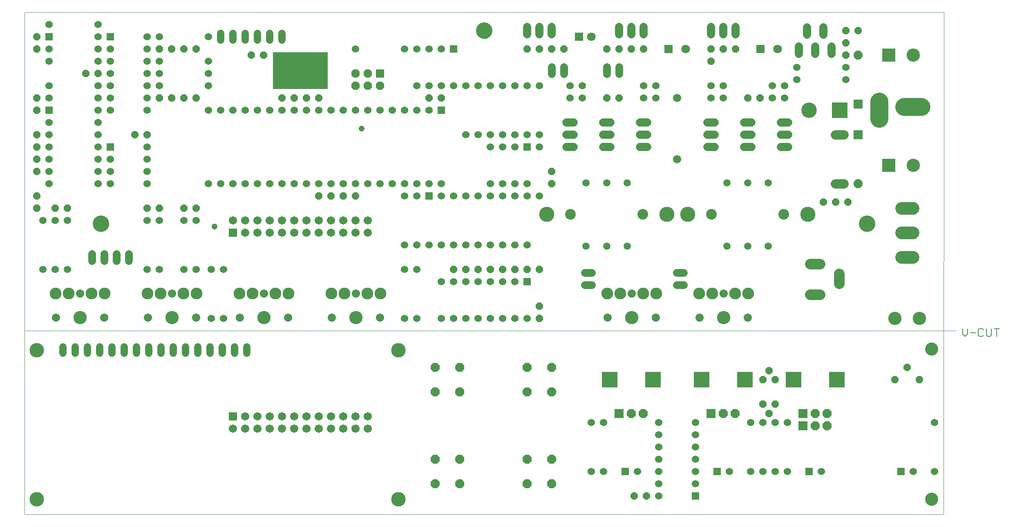
<source format=gts>
G75*
%MOIN*%
%OFA0B0*%
%FSLAX24Y24*%
%IPPOS*%
%LPD*%
%AMOC8*
5,1,8,0,0,1.08239X$1,22.5*
%
%ADD10C,0.0000*%
%ADD11C,0.1340*%
%ADD12C,0.1064*%
%ADD13C,0.0060*%
%ADD14R,0.4500X0.3000*%
%ADD15C,0.0867*%
%ADD16OC8,0.0600*%
%ADD17R,0.1080X0.1080*%
%ADD18C,0.1080*%
%ADD19C,0.0740*%
%ADD20R,0.0740X0.0740*%
%ADD21R,0.0600X0.0600*%
%ADD22C,0.0600*%
%ADD23C,0.0867*%
%ADD24C,0.0680*%
%ADD25C,0.0674*%
%ADD26C,0.0595*%
%ADD27C,0.1182*%
%ADD28C,0.0966*%
%ADD29C,0.0671*%
%ADD30C,0.1025*%
%ADD31R,0.0730X0.0730*%
%ADD32OC8,0.0730*%
%ADD33R,0.1307X0.1307*%
%ADD34OC8,0.0740*%
%ADD35C,0.0710*%
%ADD36R,0.0710X0.0710*%
%ADD37C,0.0640*%
%ADD38C,0.0780*%
%ADD39R,0.0674X0.0674*%
%ADD40C,0.0600*%
%ADD41OC8,0.0674*%
%ADD42C,0.1480*%
%ADD43C,0.0050*%
%ADD44C,0.0592*%
%ADD45C,0.1230*%
%ADD46C,0.0555*%
%ADD47C,0.1261*%
%ADD48OC8,0.0611*%
%ADD49C,0.0476*%
%ADD50R,0.1261X0.1261*%
D10*
X000500Y000250D02*
X000500Y015250D01*
X076500Y015250D01*
X074008Y013750D02*
X074010Y013794D01*
X074016Y013838D01*
X074026Y013881D01*
X074039Y013923D01*
X074057Y013963D01*
X074078Y014002D01*
X074102Y014039D01*
X074129Y014074D01*
X074160Y014106D01*
X074193Y014135D01*
X074229Y014161D01*
X074267Y014183D01*
X074307Y014202D01*
X074348Y014218D01*
X074391Y014230D01*
X074434Y014238D01*
X074478Y014242D01*
X074522Y014242D01*
X074566Y014238D01*
X074609Y014230D01*
X074652Y014218D01*
X074693Y014202D01*
X074733Y014183D01*
X074771Y014161D01*
X074807Y014135D01*
X074840Y014106D01*
X074871Y014074D01*
X074898Y014039D01*
X074922Y014002D01*
X074943Y013963D01*
X074961Y013923D01*
X074974Y013881D01*
X074984Y013838D01*
X074990Y013794D01*
X074992Y013750D01*
X074990Y013706D01*
X074984Y013662D01*
X074974Y013619D01*
X074961Y013577D01*
X074943Y013537D01*
X074922Y013498D01*
X074898Y013461D01*
X074871Y013426D01*
X074840Y013394D01*
X074807Y013365D01*
X074771Y013339D01*
X074733Y013317D01*
X074693Y013298D01*
X074652Y013282D01*
X074609Y013270D01*
X074566Y013262D01*
X074522Y013258D01*
X074478Y013258D01*
X074434Y013262D01*
X074391Y013270D01*
X074348Y013282D01*
X074307Y013298D01*
X074267Y013317D01*
X074229Y013339D01*
X074193Y013365D01*
X074160Y013394D01*
X074129Y013426D01*
X074102Y013461D01*
X074078Y013498D01*
X074057Y013537D01*
X074039Y013577D01*
X074026Y013619D01*
X074016Y013662D01*
X074010Y013706D01*
X074008Y013750D01*
X059213Y016313D02*
X059215Y016347D01*
X059221Y016381D01*
X059231Y016414D01*
X059244Y016445D01*
X059262Y016475D01*
X059282Y016503D01*
X059306Y016528D01*
X059332Y016550D01*
X059360Y016568D01*
X059391Y016584D01*
X059423Y016596D01*
X059457Y016604D01*
X059491Y016608D01*
X059525Y016608D01*
X059559Y016604D01*
X059593Y016596D01*
X059625Y016584D01*
X059655Y016568D01*
X059684Y016550D01*
X059710Y016528D01*
X059734Y016503D01*
X059754Y016475D01*
X059772Y016445D01*
X059785Y016414D01*
X059795Y016381D01*
X059801Y016347D01*
X059803Y016313D01*
X059801Y016279D01*
X059795Y016245D01*
X059785Y016212D01*
X059772Y016181D01*
X059754Y016151D01*
X059734Y016123D01*
X059710Y016098D01*
X059684Y016076D01*
X059656Y016058D01*
X059625Y016042D01*
X059593Y016030D01*
X059559Y016022D01*
X059525Y016018D01*
X059491Y016018D01*
X059457Y016022D01*
X059423Y016030D01*
X059391Y016042D01*
X059360Y016058D01*
X059332Y016076D01*
X059306Y016098D01*
X059282Y016123D01*
X059262Y016151D01*
X059244Y016181D01*
X059231Y016212D01*
X059221Y016245D01*
X059215Y016279D01*
X059213Y016313D01*
X055276Y016313D02*
X055278Y016347D01*
X055284Y016381D01*
X055294Y016414D01*
X055307Y016445D01*
X055325Y016475D01*
X055345Y016503D01*
X055369Y016528D01*
X055395Y016550D01*
X055423Y016568D01*
X055454Y016584D01*
X055486Y016596D01*
X055520Y016604D01*
X055554Y016608D01*
X055588Y016608D01*
X055622Y016604D01*
X055656Y016596D01*
X055688Y016584D01*
X055718Y016568D01*
X055747Y016550D01*
X055773Y016528D01*
X055797Y016503D01*
X055817Y016475D01*
X055835Y016445D01*
X055848Y016414D01*
X055858Y016381D01*
X055864Y016347D01*
X055866Y016313D01*
X055864Y016279D01*
X055858Y016245D01*
X055848Y016212D01*
X055835Y016181D01*
X055817Y016151D01*
X055797Y016123D01*
X055773Y016098D01*
X055747Y016076D01*
X055719Y016058D01*
X055688Y016042D01*
X055656Y016030D01*
X055622Y016022D01*
X055588Y016018D01*
X055554Y016018D01*
X055520Y016022D01*
X055486Y016030D01*
X055454Y016042D01*
X055423Y016058D01*
X055395Y016076D01*
X055369Y016098D01*
X055345Y016123D01*
X055325Y016151D01*
X055307Y016181D01*
X055294Y016212D01*
X055284Y016245D01*
X055278Y016279D01*
X055276Y016313D01*
X051713Y016313D02*
X051715Y016347D01*
X051721Y016381D01*
X051731Y016414D01*
X051744Y016445D01*
X051762Y016475D01*
X051782Y016503D01*
X051806Y016528D01*
X051832Y016550D01*
X051860Y016568D01*
X051891Y016584D01*
X051923Y016596D01*
X051957Y016604D01*
X051991Y016608D01*
X052025Y016608D01*
X052059Y016604D01*
X052093Y016596D01*
X052125Y016584D01*
X052155Y016568D01*
X052184Y016550D01*
X052210Y016528D01*
X052234Y016503D01*
X052254Y016475D01*
X052272Y016445D01*
X052285Y016414D01*
X052295Y016381D01*
X052301Y016347D01*
X052303Y016313D01*
X052301Y016279D01*
X052295Y016245D01*
X052285Y016212D01*
X052272Y016181D01*
X052254Y016151D01*
X052234Y016123D01*
X052210Y016098D01*
X052184Y016076D01*
X052156Y016058D01*
X052125Y016042D01*
X052093Y016030D01*
X052059Y016022D01*
X052025Y016018D01*
X051991Y016018D01*
X051957Y016022D01*
X051923Y016030D01*
X051891Y016042D01*
X051860Y016058D01*
X051832Y016076D01*
X051806Y016098D01*
X051782Y016123D01*
X051762Y016151D01*
X051744Y016181D01*
X051731Y016212D01*
X051721Y016245D01*
X051715Y016279D01*
X051713Y016313D01*
X049744Y018281D02*
X049746Y018315D01*
X049752Y018349D01*
X049762Y018382D01*
X049775Y018413D01*
X049793Y018443D01*
X049813Y018471D01*
X049837Y018496D01*
X049863Y018518D01*
X049891Y018536D01*
X049922Y018552D01*
X049954Y018564D01*
X049988Y018572D01*
X050022Y018576D01*
X050056Y018576D01*
X050090Y018572D01*
X050124Y018564D01*
X050156Y018552D01*
X050186Y018536D01*
X050215Y018518D01*
X050241Y018496D01*
X050265Y018471D01*
X050285Y018443D01*
X050303Y018413D01*
X050316Y018382D01*
X050326Y018349D01*
X050332Y018315D01*
X050334Y018281D01*
X050332Y018247D01*
X050326Y018213D01*
X050316Y018180D01*
X050303Y018149D01*
X050285Y018119D01*
X050265Y018091D01*
X050241Y018066D01*
X050215Y018044D01*
X050187Y018026D01*
X050156Y018010D01*
X050124Y017998D01*
X050090Y017990D01*
X050056Y017986D01*
X050022Y017986D01*
X049988Y017990D01*
X049954Y017998D01*
X049922Y018010D01*
X049891Y018026D01*
X049863Y018044D01*
X049837Y018066D01*
X049813Y018091D01*
X049793Y018119D01*
X049775Y018149D01*
X049762Y018180D01*
X049752Y018213D01*
X049746Y018247D01*
X049744Y018281D01*
X047776Y016313D02*
X047778Y016347D01*
X047784Y016381D01*
X047794Y016414D01*
X047807Y016445D01*
X047825Y016475D01*
X047845Y016503D01*
X047869Y016528D01*
X047895Y016550D01*
X047923Y016568D01*
X047954Y016584D01*
X047986Y016596D01*
X048020Y016604D01*
X048054Y016608D01*
X048088Y016608D01*
X048122Y016604D01*
X048156Y016596D01*
X048188Y016584D01*
X048218Y016568D01*
X048247Y016550D01*
X048273Y016528D01*
X048297Y016503D01*
X048317Y016475D01*
X048335Y016445D01*
X048348Y016414D01*
X048358Y016381D01*
X048364Y016347D01*
X048366Y016313D01*
X048364Y016279D01*
X048358Y016245D01*
X048348Y016212D01*
X048335Y016181D01*
X048317Y016151D01*
X048297Y016123D01*
X048273Y016098D01*
X048247Y016076D01*
X048219Y016058D01*
X048188Y016042D01*
X048156Y016030D01*
X048122Y016022D01*
X048088Y016018D01*
X048054Y016018D01*
X048020Y016022D01*
X047986Y016030D01*
X047954Y016042D01*
X047923Y016058D01*
X047895Y016076D01*
X047869Y016098D01*
X047845Y016123D01*
X047825Y016151D01*
X047807Y016181D01*
X047794Y016212D01*
X047784Y016245D01*
X047778Y016279D01*
X047776Y016313D01*
X057244Y018281D02*
X057246Y018315D01*
X057252Y018349D01*
X057262Y018382D01*
X057275Y018413D01*
X057293Y018443D01*
X057313Y018471D01*
X057337Y018496D01*
X057363Y018518D01*
X057391Y018536D01*
X057422Y018552D01*
X057454Y018564D01*
X057488Y018572D01*
X057522Y018576D01*
X057556Y018576D01*
X057590Y018572D01*
X057624Y018564D01*
X057656Y018552D01*
X057686Y018536D01*
X057715Y018518D01*
X057741Y018496D01*
X057765Y018471D01*
X057785Y018443D01*
X057803Y018413D01*
X057816Y018382D01*
X057826Y018349D01*
X057832Y018315D01*
X057834Y018281D01*
X057832Y018247D01*
X057826Y018213D01*
X057816Y018180D01*
X057803Y018149D01*
X057785Y018119D01*
X057765Y018091D01*
X057741Y018066D01*
X057715Y018044D01*
X057687Y018026D01*
X057656Y018010D01*
X057624Y017998D01*
X057590Y017990D01*
X057556Y017986D01*
X057522Y017986D01*
X057488Y017990D01*
X057454Y017998D01*
X057422Y018010D01*
X057391Y018026D01*
X057363Y018044D01*
X057337Y018066D01*
X057313Y018091D01*
X057293Y018119D01*
X057275Y018149D01*
X057262Y018180D01*
X057252Y018213D01*
X057246Y018247D01*
X057244Y018281D01*
X056151Y024750D02*
X056153Y024789D01*
X056159Y024828D01*
X056169Y024866D01*
X056182Y024903D01*
X056199Y024938D01*
X056219Y024972D01*
X056243Y025003D01*
X056270Y025032D01*
X056299Y025058D01*
X056331Y025081D01*
X056365Y025101D01*
X056401Y025117D01*
X056438Y025129D01*
X056477Y025138D01*
X056516Y025143D01*
X056555Y025144D01*
X056594Y025141D01*
X056633Y025134D01*
X056670Y025123D01*
X056707Y025109D01*
X056742Y025091D01*
X056775Y025070D01*
X056806Y025045D01*
X056834Y025018D01*
X056859Y024988D01*
X056881Y024955D01*
X056900Y024921D01*
X056915Y024885D01*
X056927Y024847D01*
X056935Y024809D01*
X056939Y024770D01*
X056939Y024730D01*
X056935Y024691D01*
X056927Y024653D01*
X056915Y024615D01*
X056900Y024579D01*
X056881Y024545D01*
X056859Y024512D01*
X056834Y024482D01*
X056806Y024455D01*
X056775Y024430D01*
X056742Y024409D01*
X056707Y024391D01*
X056670Y024377D01*
X056633Y024366D01*
X056594Y024359D01*
X056555Y024356D01*
X056516Y024357D01*
X056477Y024362D01*
X056438Y024371D01*
X056401Y024383D01*
X056365Y024399D01*
X056331Y024419D01*
X056299Y024442D01*
X056270Y024468D01*
X056243Y024497D01*
X056219Y024528D01*
X056199Y024562D01*
X056182Y024597D01*
X056169Y024634D01*
X056159Y024672D01*
X056153Y024711D01*
X056151Y024750D01*
X054025Y024750D02*
X054027Y024797D01*
X054033Y024845D01*
X054043Y024891D01*
X054056Y024937D01*
X054073Y024981D01*
X054094Y025024D01*
X054119Y025064D01*
X054146Y025103D01*
X054177Y025139D01*
X054211Y025173D01*
X054247Y025204D01*
X054286Y025231D01*
X054326Y025256D01*
X054369Y025277D01*
X054413Y025294D01*
X054459Y025307D01*
X054505Y025317D01*
X054553Y025323D01*
X054600Y025325D01*
X054647Y025323D01*
X054695Y025317D01*
X054741Y025307D01*
X054787Y025294D01*
X054831Y025277D01*
X054874Y025256D01*
X054914Y025231D01*
X054953Y025204D01*
X054989Y025173D01*
X055023Y025139D01*
X055054Y025103D01*
X055081Y025064D01*
X055106Y025024D01*
X055127Y024981D01*
X055144Y024937D01*
X055157Y024891D01*
X055167Y024845D01*
X055173Y024797D01*
X055175Y024750D01*
X055173Y024703D01*
X055167Y024655D01*
X055157Y024609D01*
X055144Y024563D01*
X055127Y024519D01*
X055106Y024476D01*
X055081Y024436D01*
X055054Y024397D01*
X055023Y024361D01*
X054989Y024327D01*
X054953Y024296D01*
X054914Y024269D01*
X054874Y024244D01*
X054831Y024223D01*
X054787Y024206D01*
X054741Y024193D01*
X054695Y024183D01*
X054647Y024177D01*
X054600Y024175D01*
X054553Y024177D01*
X054505Y024183D01*
X054459Y024193D01*
X054413Y024206D01*
X054369Y024223D01*
X054326Y024244D01*
X054286Y024269D01*
X054247Y024296D01*
X054211Y024327D01*
X054177Y024361D01*
X054146Y024397D01*
X054119Y024436D01*
X054094Y024476D01*
X054073Y024519D01*
X054056Y024563D01*
X054043Y024609D01*
X054033Y024655D01*
X054027Y024703D01*
X054025Y024750D01*
X052325Y024750D02*
X052327Y024797D01*
X052333Y024845D01*
X052343Y024891D01*
X052356Y024937D01*
X052373Y024981D01*
X052394Y025024D01*
X052419Y025064D01*
X052446Y025103D01*
X052477Y025139D01*
X052511Y025173D01*
X052547Y025204D01*
X052586Y025231D01*
X052626Y025256D01*
X052669Y025277D01*
X052713Y025294D01*
X052759Y025307D01*
X052805Y025317D01*
X052853Y025323D01*
X052900Y025325D01*
X052947Y025323D01*
X052995Y025317D01*
X053041Y025307D01*
X053087Y025294D01*
X053131Y025277D01*
X053174Y025256D01*
X053214Y025231D01*
X053253Y025204D01*
X053289Y025173D01*
X053323Y025139D01*
X053354Y025103D01*
X053381Y025064D01*
X053406Y025024D01*
X053427Y024981D01*
X053444Y024937D01*
X053457Y024891D01*
X053467Y024845D01*
X053473Y024797D01*
X053475Y024750D01*
X053473Y024703D01*
X053467Y024655D01*
X053457Y024609D01*
X053444Y024563D01*
X053427Y024519D01*
X053406Y024476D01*
X053381Y024436D01*
X053354Y024397D01*
X053323Y024361D01*
X053289Y024327D01*
X053253Y024296D01*
X053214Y024269D01*
X053174Y024244D01*
X053131Y024223D01*
X053087Y024206D01*
X053041Y024193D01*
X052995Y024183D01*
X052947Y024177D01*
X052900Y024175D01*
X052853Y024177D01*
X052805Y024183D01*
X052759Y024193D01*
X052713Y024206D01*
X052669Y024223D01*
X052626Y024244D01*
X052586Y024269D01*
X052547Y024296D01*
X052511Y024327D01*
X052477Y024361D01*
X052446Y024397D01*
X052419Y024436D01*
X052394Y024476D01*
X052373Y024519D01*
X052356Y024563D01*
X052343Y024609D01*
X052333Y024655D01*
X052327Y024703D01*
X052325Y024750D01*
X050551Y024750D02*
X050553Y024789D01*
X050559Y024828D01*
X050569Y024866D01*
X050582Y024903D01*
X050599Y024938D01*
X050619Y024972D01*
X050643Y025003D01*
X050670Y025032D01*
X050699Y025058D01*
X050731Y025081D01*
X050765Y025101D01*
X050801Y025117D01*
X050838Y025129D01*
X050877Y025138D01*
X050916Y025143D01*
X050955Y025144D01*
X050994Y025141D01*
X051033Y025134D01*
X051070Y025123D01*
X051107Y025109D01*
X051142Y025091D01*
X051175Y025070D01*
X051206Y025045D01*
X051234Y025018D01*
X051259Y024988D01*
X051281Y024955D01*
X051300Y024921D01*
X051315Y024885D01*
X051327Y024847D01*
X051335Y024809D01*
X051339Y024770D01*
X051339Y024730D01*
X051335Y024691D01*
X051327Y024653D01*
X051315Y024615D01*
X051300Y024579D01*
X051281Y024545D01*
X051259Y024512D01*
X051234Y024482D01*
X051206Y024455D01*
X051175Y024430D01*
X051142Y024409D01*
X051107Y024391D01*
X051070Y024377D01*
X051033Y024366D01*
X050994Y024359D01*
X050955Y024356D01*
X050916Y024357D01*
X050877Y024362D01*
X050838Y024371D01*
X050801Y024383D01*
X050765Y024399D01*
X050731Y024419D01*
X050699Y024442D01*
X050670Y024468D01*
X050643Y024497D01*
X050619Y024528D01*
X050599Y024562D01*
X050582Y024597D01*
X050569Y024634D01*
X050559Y024672D01*
X050553Y024711D01*
X050551Y024750D01*
X044651Y024750D02*
X044653Y024789D01*
X044659Y024828D01*
X044669Y024866D01*
X044682Y024903D01*
X044699Y024938D01*
X044719Y024972D01*
X044743Y025003D01*
X044770Y025032D01*
X044799Y025058D01*
X044831Y025081D01*
X044865Y025101D01*
X044901Y025117D01*
X044938Y025129D01*
X044977Y025138D01*
X045016Y025143D01*
X045055Y025144D01*
X045094Y025141D01*
X045133Y025134D01*
X045170Y025123D01*
X045207Y025109D01*
X045242Y025091D01*
X045275Y025070D01*
X045306Y025045D01*
X045334Y025018D01*
X045359Y024988D01*
X045381Y024955D01*
X045400Y024921D01*
X045415Y024885D01*
X045427Y024847D01*
X045435Y024809D01*
X045439Y024770D01*
X045439Y024730D01*
X045435Y024691D01*
X045427Y024653D01*
X045415Y024615D01*
X045400Y024579D01*
X045381Y024545D01*
X045359Y024512D01*
X045334Y024482D01*
X045306Y024455D01*
X045275Y024430D01*
X045242Y024409D01*
X045207Y024391D01*
X045170Y024377D01*
X045133Y024366D01*
X045094Y024359D01*
X045055Y024356D01*
X045016Y024357D01*
X044977Y024362D01*
X044938Y024371D01*
X044901Y024383D01*
X044865Y024399D01*
X044831Y024419D01*
X044799Y024442D01*
X044770Y024468D01*
X044743Y024497D01*
X044719Y024528D01*
X044699Y024562D01*
X044682Y024597D01*
X044669Y024634D01*
X044659Y024672D01*
X044653Y024711D01*
X044651Y024750D01*
X042525Y024750D02*
X042527Y024797D01*
X042533Y024845D01*
X042543Y024891D01*
X042556Y024937D01*
X042573Y024981D01*
X042594Y025024D01*
X042619Y025064D01*
X042646Y025103D01*
X042677Y025139D01*
X042711Y025173D01*
X042747Y025204D01*
X042786Y025231D01*
X042826Y025256D01*
X042869Y025277D01*
X042913Y025294D01*
X042959Y025307D01*
X043005Y025317D01*
X043053Y025323D01*
X043100Y025325D01*
X043147Y025323D01*
X043195Y025317D01*
X043241Y025307D01*
X043287Y025294D01*
X043331Y025277D01*
X043374Y025256D01*
X043414Y025231D01*
X043453Y025204D01*
X043489Y025173D01*
X043523Y025139D01*
X043554Y025103D01*
X043581Y025064D01*
X043606Y025024D01*
X043627Y024981D01*
X043644Y024937D01*
X043657Y024891D01*
X043667Y024845D01*
X043673Y024797D01*
X043675Y024750D01*
X043673Y024703D01*
X043667Y024655D01*
X043657Y024609D01*
X043644Y024563D01*
X043627Y024519D01*
X043606Y024476D01*
X043581Y024436D01*
X043554Y024397D01*
X043523Y024361D01*
X043489Y024327D01*
X043453Y024296D01*
X043414Y024269D01*
X043374Y024244D01*
X043331Y024223D01*
X043287Y024206D01*
X043241Y024193D01*
X043195Y024183D01*
X043147Y024177D01*
X043100Y024175D01*
X043053Y024177D01*
X043005Y024183D01*
X042959Y024193D01*
X042913Y024206D01*
X042869Y024223D01*
X042826Y024244D01*
X042786Y024269D01*
X042747Y024296D01*
X042711Y024327D01*
X042677Y024361D01*
X042646Y024397D01*
X042619Y024436D01*
X042594Y024476D01*
X042573Y024519D01*
X042556Y024563D01*
X042543Y024609D01*
X042533Y024655D01*
X042527Y024703D01*
X042525Y024750D01*
X027244Y018281D02*
X027246Y018315D01*
X027252Y018349D01*
X027262Y018382D01*
X027275Y018413D01*
X027293Y018443D01*
X027313Y018471D01*
X027337Y018496D01*
X027363Y018518D01*
X027391Y018536D01*
X027422Y018552D01*
X027454Y018564D01*
X027488Y018572D01*
X027522Y018576D01*
X027556Y018576D01*
X027590Y018572D01*
X027624Y018564D01*
X027656Y018552D01*
X027686Y018536D01*
X027715Y018518D01*
X027741Y018496D01*
X027765Y018471D01*
X027785Y018443D01*
X027803Y018413D01*
X027816Y018382D01*
X027826Y018349D01*
X027832Y018315D01*
X027834Y018281D01*
X027832Y018247D01*
X027826Y018213D01*
X027816Y018180D01*
X027803Y018149D01*
X027785Y018119D01*
X027765Y018091D01*
X027741Y018066D01*
X027715Y018044D01*
X027687Y018026D01*
X027656Y018010D01*
X027624Y017998D01*
X027590Y017990D01*
X027556Y017986D01*
X027522Y017986D01*
X027488Y017990D01*
X027454Y017998D01*
X027422Y018010D01*
X027391Y018026D01*
X027363Y018044D01*
X027337Y018066D01*
X027313Y018091D01*
X027293Y018119D01*
X027275Y018149D01*
X027262Y018180D01*
X027252Y018213D01*
X027246Y018247D01*
X027244Y018281D01*
X025276Y016313D02*
X025278Y016347D01*
X025284Y016381D01*
X025294Y016414D01*
X025307Y016445D01*
X025325Y016475D01*
X025345Y016503D01*
X025369Y016528D01*
X025395Y016550D01*
X025423Y016568D01*
X025454Y016584D01*
X025486Y016596D01*
X025520Y016604D01*
X025554Y016608D01*
X025588Y016608D01*
X025622Y016604D01*
X025656Y016596D01*
X025688Y016584D01*
X025718Y016568D01*
X025747Y016550D01*
X025773Y016528D01*
X025797Y016503D01*
X025817Y016475D01*
X025835Y016445D01*
X025848Y016414D01*
X025858Y016381D01*
X025864Y016347D01*
X025866Y016313D01*
X025864Y016279D01*
X025858Y016245D01*
X025848Y016212D01*
X025835Y016181D01*
X025817Y016151D01*
X025797Y016123D01*
X025773Y016098D01*
X025747Y016076D01*
X025719Y016058D01*
X025688Y016042D01*
X025656Y016030D01*
X025622Y016022D01*
X025588Y016018D01*
X025554Y016018D01*
X025520Y016022D01*
X025486Y016030D01*
X025454Y016042D01*
X025423Y016058D01*
X025395Y016076D01*
X025369Y016098D01*
X025345Y016123D01*
X025325Y016151D01*
X025307Y016181D01*
X025294Y016212D01*
X025284Y016245D01*
X025278Y016279D01*
X025276Y016313D01*
X021713Y016313D02*
X021715Y016347D01*
X021721Y016381D01*
X021731Y016414D01*
X021744Y016445D01*
X021762Y016475D01*
X021782Y016503D01*
X021806Y016528D01*
X021832Y016550D01*
X021860Y016568D01*
X021891Y016584D01*
X021923Y016596D01*
X021957Y016604D01*
X021991Y016608D01*
X022025Y016608D01*
X022059Y016604D01*
X022093Y016596D01*
X022125Y016584D01*
X022155Y016568D01*
X022184Y016550D01*
X022210Y016528D01*
X022234Y016503D01*
X022254Y016475D01*
X022272Y016445D01*
X022285Y016414D01*
X022295Y016381D01*
X022301Y016347D01*
X022303Y016313D01*
X022301Y016279D01*
X022295Y016245D01*
X022285Y016212D01*
X022272Y016181D01*
X022254Y016151D01*
X022234Y016123D01*
X022210Y016098D01*
X022184Y016076D01*
X022156Y016058D01*
X022125Y016042D01*
X022093Y016030D01*
X022059Y016022D01*
X022025Y016018D01*
X021991Y016018D01*
X021957Y016022D01*
X021923Y016030D01*
X021891Y016042D01*
X021860Y016058D01*
X021832Y016076D01*
X021806Y016098D01*
X021782Y016123D01*
X021762Y016151D01*
X021744Y016181D01*
X021731Y016212D01*
X021721Y016245D01*
X021715Y016279D01*
X021713Y016313D01*
X019744Y018281D02*
X019746Y018315D01*
X019752Y018349D01*
X019762Y018382D01*
X019775Y018413D01*
X019793Y018443D01*
X019813Y018471D01*
X019837Y018496D01*
X019863Y018518D01*
X019891Y018536D01*
X019922Y018552D01*
X019954Y018564D01*
X019988Y018572D01*
X020022Y018576D01*
X020056Y018576D01*
X020090Y018572D01*
X020124Y018564D01*
X020156Y018552D01*
X020186Y018536D01*
X020215Y018518D01*
X020241Y018496D01*
X020265Y018471D01*
X020285Y018443D01*
X020303Y018413D01*
X020316Y018382D01*
X020326Y018349D01*
X020332Y018315D01*
X020334Y018281D01*
X020332Y018247D01*
X020326Y018213D01*
X020316Y018180D01*
X020303Y018149D01*
X020285Y018119D01*
X020265Y018091D01*
X020241Y018066D01*
X020215Y018044D01*
X020187Y018026D01*
X020156Y018010D01*
X020124Y017998D01*
X020090Y017990D01*
X020056Y017986D01*
X020022Y017986D01*
X019988Y017990D01*
X019954Y017998D01*
X019922Y018010D01*
X019891Y018026D01*
X019863Y018044D01*
X019837Y018066D01*
X019813Y018091D01*
X019793Y018119D01*
X019775Y018149D01*
X019762Y018180D01*
X019752Y018213D01*
X019746Y018247D01*
X019744Y018281D01*
X017776Y016313D02*
X017778Y016347D01*
X017784Y016381D01*
X017794Y016414D01*
X017807Y016445D01*
X017825Y016475D01*
X017845Y016503D01*
X017869Y016528D01*
X017895Y016550D01*
X017923Y016568D01*
X017954Y016584D01*
X017986Y016596D01*
X018020Y016604D01*
X018054Y016608D01*
X018088Y016608D01*
X018122Y016604D01*
X018156Y016596D01*
X018188Y016584D01*
X018218Y016568D01*
X018247Y016550D01*
X018273Y016528D01*
X018297Y016503D01*
X018317Y016475D01*
X018335Y016445D01*
X018348Y016414D01*
X018358Y016381D01*
X018364Y016347D01*
X018366Y016313D01*
X018364Y016279D01*
X018358Y016245D01*
X018348Y016212D01*
X018335Y016181D01*
X018317Y016151D01*
X018297Y016123D01*
X018273Y016098D01*
X018247Y016076D01*
X018219Y016058D01*
X018188Y016042D01*
X018156Y016030D01*
X018122Y016022D01*
X018088Y016018D01*
X018054Y016018D01*
X018020Y016022D01*
X017986Y016030D01*
X017954Y016042D01*
X017923Y016058D01*
X017895Y016076D01*
X017869Y016098D01*
X017845Y016123D01*
X017825Y016151D01*
X017807Y016181D01*
X017794Y016212D01*
X017784Y016245D01*
X017778Y016279D01*
X017776Y016313D01*
X014213Y016313D02*
X014215Y016347D01*
X014221Y016381D01*
X014231Y016414D01*
X014244Y016445D01*
X014262Y016475D01*
X014282Y016503D01*
X014306Y016528D01*
X014332Y016550D01*
X014360Y016568D01*
X014391Y016584D01*
X014423Y016596D01*
X014457Y016604D01*
X014491Y016608D01*
X014525Y016608D01*
X014559Y016604D01*
X014593Y016596D01*
X014625Y016584D01*
X014655Y016568D01*
X014684Y016550D01*
X014710Y016528D01*
X014734Y016503D01*
X014754Y016475D01*
X014772Y016445D01*
X014785Y016414D01*
X014795Y016381D01*
X014801Y016347D01*
X014803Y016313D01*
X014801Y016279D01*
X014795Y016245D01*
X014785Y016212D01*
X014772Y016181D01*
X014754Y016151D01*
X014734Y016123D01*
X014710Y016098D01*
X014684Y016076D01*
X014656Y016058D01*
X014625Y016042D01*
X014593Y016030D01*
X014559Y016022D01*
X014525Y016018D01*
X014491Y016018D01*
X014457Y016022D01*
X014423Y016030D01*
X014391Y016042D01*
X014360Y016058D01*
X014332Y016076D01*
X014306Y016098D01*
X014282Y016123D01*
X014262Y016151D01*
X014244Y016181D01*
X014231Y016212D01*
X014221Y016245D01*
X014215Y016279D01*
X014213Y016313D01*
X010276Y016313D02*
X010278Y016347D01*
X010284Y016381D01*
X010294Y016414D01*
X010307Y016445D01*
X010325Y016475D01*
X010345Y016503D01*
X010369Y016528D01*
X010395Y016550D01*
X010423Y016568D01*
X010454Y016584D01*
X010486Y016596D01*
X010520Y016604D01*
X010554Y016608D01*
X010588Y016608D01*
X010622Y016604D01*
X010656Y016596D01*
X010688Y016584D01*
X010718Y016568D01*
X010747Y016550D01*
X010773Y016528D01*
X010797Y016503D01*
X010817Y016475D01*
X010835Y016445D01*
X010848Y016414D01*
X010858Y016381D01*
X010864Y016347D01*
X010866Y016313D01*
X010864Y016279D01*
X010858Y016245D01*
X010848Y016212D01*
X010835Y016181D01*
X010817Y016151D01*
X010797Y016123D01*
X010773Y016098D01*
X010747Y016076D01*
X010719Y016058D01*
X010688Y016042D01*
X010656Y016030D01*
X010622Y016022D01*
X010588Y016018D01*
X010554Y016018D01*
X010520Y016022D01*
X010486Y016030D01*
X010454Y016042D01*
X010423Y016058D01*
X010395Y016076D01*
X010369Y016098D01*
X010345Y016123D01*
X010325Y016151D01*
X010307Y016181D01*
X010294Y016212D01*
X010284Y016245D01*
X010278Y016279D01*
X010276Y016313D01*
X006713Y016313D02*
X006715Y016347D01*
X006721Y016381D01*
X006731Y016414D01*
X006744Y016445D01*
X006762Y016475D01*
X006782Y016503D01*
X006806Y016528D01*
X006832Y016550D01*
X006860Y016568D01*
X006891Y016584D01*
X006923Y016596D01*
X006957Y016604D01*
X006991Y016608D01*
X007025Y016608D01*
X007059Y016604D01*
X007093Y016596D01*
X007125Y016584D01*
X007155Y016568D01*
X007184Y016550D01*
X007210Y016528D01*
X007234Y016503D01*
X007254Y016475D01*
X007272Y016445D01*
X007285Y016414D01*
X007295Y016381D01*
X007301Y016347D01*
X007303Y016313D01*
X007301Y016279D01*
X007295Y016245D01*
X007285Y016212D01*
X007272Y016181D01*
X007254Y016151D01*
X007234Y016123D01*
X007210Y016098D01*
X007184Y016076D01*
X007156Y016058D01*
X007125Y016042D01*
X007093Y016030D01*
X007059Y016022D01*
X007025Y016018D01*
X006991Y016018D01*
X006957Y016022D01*
X006923Y016030D01*
X006891Y016042D01*
X006860Y016058D01*
X006832Y016076D01*
X006806Y016098D01*
X006782Y016123D01*
X006762Y016151D01*
X006744Y016181D01*
X006731Y016212D01*
X006721Y016245D01*
X006715Y016279D01*
X006713Y016313D01*
X004744Y018281D02*
X004746Y018315D01*
X004752Y018349D01*
X004762Y018382D01*
X004775Y018413D01*
X004793Y018443D01*
X004813Y018471D01*
X004837Y018496D01*
X004863Y018518D01*
X004891Y018536D01*
X004922Y018552D01*
X004954Y018564D01*
X004988Y018572D01*
X005022Y018576D01*
X005056Y018576D01*
X005090Y018572D01*
X005124Y018564D01*
X005156Y018552D01*
X005186Y018536D01*
X005215Y018518D01*
X005241Y018496D01*
X005265Y018471D01*
X005285Y018443D01*
X005303Y018413D01*
X005316Y018382D01*
X005326Y018349D01*
X005332Y018315D01*
X005334Y018281D01*
X005332Y018247D01*
X005326Y018213D01*
X005316Y018180D01*
X005303Y018149D01*
X005285Y018119D01*
X005265Y018091D01*
X005241Y018066D01*
X005215Y018044D01*
X005187Y018026D01*
X005156Y018010D01*
X005124Y017998D01*
X005090Y017990D01*
X005056Y017986D01*
X005022Y017986D01*
X004988Y017990D01*
X004954Y017998D01*
X004922Y018010D01*
X004891Y018026D01*
X004863Y018044D01*
X004837Y018066D01*
X004813Y018091D01*
X004793Y018119D01*
X004775Y018149D01*
X004762Y018180D01*
X004752Y018213D01*
X004746Y018247D01*
X004744Y018281D01*
X002776Y016313D02*
X002778Y016347D01*
X002784Y016381D01*
X002794Y016414D01*
X002807Y016445D01*
X002825Y016475D01*
X002845Y016503D01*
X002869Y016528D01*
X002895Y016550D01*
X002923Y016568D01*
X002954Y016584D01*
X002986Y016596D01*
X003020Y016604D01*
X003054Y016608D01*
X003088Y016608D01*
X003122Y016604D01*
X003156Y016596D01*
X003188Y016584D01*
X003218Y016568D01*
X003247Y016550D01*
X003273Y016528D01*
X003297Y016503D01*
X003317Y016475D01*
X003335Y016445D01*
X003348Y016414D01*
X003358Y016381D01*
X003364Y016347D01*
X003366Y016313D01*
X003364Y016279D01*
X003358Y016245D01*
X003348Y016212D01*
X003335Y016181D01*
X003317Y016151D01*
X003297Y016123D01*
X003273Y016098D01*
X003247Y016076D01*
X003219Y016058D01*
X003188Y016042D01*
X003156Y016030D01*
X003122Y016022D01*
X003088Y016018D01*
X003054Y016018D01*
X003020Y016022D01*
X002986Y016030D01*
X002954Y016042D01*
X002923Y016058D01*
X002895Y016076D01*
X002869Y016098D01*
X002845Y016123D01*
X002825Y016151D01*
X002807Y016181D01*
X002794Y016212D01*
X002784Y016245D01*
X002778Y016279D01*
X002776Y016313D01*
X000500Y015250D02*
X000500Y041250D01*
X075500Y041250D01*
X075492Y000250D01*
X000500Y000250D01*
X000949Y001500D02*
X000951Y001547D01*
X000957Y001593D01*
X000967Y001639D01*
X000980Y001684D01*
X000998Y001727D01*
X001019Y001769D01*
X001043Y001809D01*
X001071Y001846D01*
X001102Y001881D01*
X001136Y001914D01*
X001172Y001943D01*
X001211Y001969D01*
X001252Y001992D01*
X001295Y002011D01*
X001339Y002027D01*
X001384Y002039D01*
X001430Y002047D01*
X001477Y002051D01*
X001523Y002051D01*
X001570Y002047D01*
X001616Y002039D01*
X001661Y002027D01*
X001705Y002011D01*
X001748Y001992D01*
X001789Y001969D01*
X001828Y001943D01*
X001864Y001914D01*
X001898Y001881D01*
X001929Y001846D01*
X001957Y001809D01*
X001981Y001769D01*
X002002Y001727D01*
X002020Y001684D01*
X002033Y001639D01*
X002043Y001593D01*
X002049Y001547D01*
X002051Y001500D01*
X002049Y001453D01*
X002043Y001407D01*
X002033Y001361D01*
X002020Y001316D01*
X002002Y001273D01*
X001981Y001231D01*
X001957Y001191D01*
X001929Y001154D01*
X001898Y001119D01*
X001864Y001086D01*
X001828Y001057D01*
X001789Y001031D01*
X001748Y001008D01*
X001705Y000989D01*
X001661Y000973D01*
X001616Y000961D01*
X001570Y000953D01*
X001523Y000949D01*
X001477Y000949D01*
X001430Y000953D01*
X001384Y000961D01*
X001339Y000973D01*
X001295Y000989D01*
X001252Y001008D01*
X001211Y001031D01*
X001172Y001057D01*
X001136Y001086D01*
X001102Y001119D01*
X001071Y001154D01*
X001043Y001191D01*
X001019Y001231D01*
X000998Y001273D01*
X000980Y001316D01*
X000967Y001361D01*
X000957Y001407D01*
X000951Y001453D01*
X000949Y001500D01*
X000949Y013673D02*
X000951Y013720D01*
X000957Y013766D01*
X000967Y013812D01*
X000980Y013857D01*
X000998Y013900D01*
X001019Y013942D01*
X001043Y013982D01*
X001071Y014019D01*
X001102Y014054D01*
X001136Y014087D01*
X001172Y014116D01*
X001211Y014142D01*
X001252Y014165D01*
X001295Y014184D01*
X001339Y014200D01*
X001384Y014212D01*
X001430Y014220D01*
X001477Y014224D01*
X001523Y014224D01*
X001570Y014220D01*
X001616Y014212D01*
X001661Y014200D01*
X001705Y014184D01*
X001748Y014165D01*
X001789Y014142D01*
X001828Y014116D01*
X001864Y014087D01*
X001898Y014054D01*
X001929Y014019D01*
X001957Y013982D01*
X001981Y013942D01*
X002002Y013900D01*
X002020Y013857D01*
X002033Y013812D01*
X002043Y013766D01*
X002049Y013720D01*
X002051Y013673D01*
X002049Y013626D01*
X002043Y013580D01*
X002033Y013534D01*
X002020Y013489D01*
X002002Y013446D01*
X001981Y013404D01*
X001957Y013364D01*
X001929Y013327D01*
X001898Y013292D01*
X001864Y013259D01*
X001828Y013230D01*
X001789Y013204D01*
X001748Y013181D01*
X001705Y013162D01*
X001661Y013146D01*
X001616Y013134D01*
X001570Y013126D01*
X001523Y013122D01*
X001477Y013122D01*
X001430Y013126D01*
X001384Y013134D01*
X001339Y013146D01*
X001295Y013162D01*
X001252Y013181D01*
X001211Y013204D01*
X001172Y013230D01*
X001136Y013259D01*
X001102Y013292D01*
X001071Y013327D01*
X001043Y013364D01*
X001019Y013404D01*
X000998Y013446D01*
X000980Y013489D01*
X000967Y013534D01*
X000957Y013580D01*
X000951Y013626D01*
X000949Y013673D01*
X012244Y018281D02*
X012246Y018315D01*
X012252Y018349D01*
X012262Y018382D01*
X012275Y018413D01*
X012293Y018443D01*
X012313Y018471D01*
X012337Y018496D01*
X012363Y018518D01*
X012391Y018536D01*
X012422Y018552D01*
X012454Y018564D01*
X012488Y018572D01*
X012522Y018576D01*
X012556Y018576D01*
X012590Y018572D01*
X012624Y018564D01*
X012656Y018552D01*
X012686Y018536D01*
X012715Y018518D01*
X012741Y018496D01*
X012765Y018471D01*
X012785Y018443D01*
X012803Y018413D01*
X012816Y018382D01*
X012826Y018349D01*
X012832Y018315D01*
X012834Y018281D01*
X012832Y018247D01*
X012826Y018213D01*
X012816Y018180D01*
X012803Y018149D01*
X012785Y018119D01*
X012765Y018091D01*
X012741Y018066D01*
X012715Y018044D01*
X012687Y018026D01*
X012656Y018010D01*
X012624Y017998D01*
X012590Y017990D01*
X012556Y017986D01*
X012522Y017986D01*
X012488Y017990D01*
X012454Y017998D01*
X012422Y018010D01*
X012391Y018026D01*
X012363Y018044D01*
X012337Y018066D01*
X012313Y018091D01*
X012293Y018119D01*
X012275Y018149D01*
X012262Y018180D01*
X012252Y018213D01*
X012246Y018247D01*
X012244Y018281D01*
X006120Y024000D02*
X006122Y024050D01*
X006128Y024100D01*
X006138Y024149D01*
X006152Y024197D01*
X006169Y024244D01*
X006190Y024289D01*
X006215Y024333D01*
X006243Y024374D01*
X006275Y024413D01*
X006309Y024450D01*
X006346Y024484D01*
X006386Y024514D01*
X006428Y024541D01*
X006472Y024565D01*
X006518Y024586D01*
X006565Y024602D01*
X006613Y024615D01*
X006663Y024624D01*
X006712Y024629D01*
X006763Y024630D01*
X006813Y024627D01*
X006862Y024620D01*
X006911Y024609D01*
X006959Y024594D01*
X007005Y024576D01*
X007050Y024554D01*
X007093Y024528D01*
X007134Y024499D01*
X007173Y024467D01*
X007209Y024432D01*
X007241Y024394D01*
X007271Y024354D01*
X007298Y024311D01*
X007321Y024267D01*
X007340Y024221D01*
X007356Y024173D01*
X007368Y024124D01*
X007376Y024075D01*
X007380Y024025D01*
X007380Y023975D01*
X007376Y023925D01*
X007368Y023876D01*
X007356Y023827D01*
X007340Y023779D01*
X007321Y023733D01*
X007298Y023689D01*
X007271Y023646D01*
X007241Y023606D01*
X007209Y023568D01*
X007173Y023533D01*
X007134Y023501D01*
X007093Y023472D01*
X007050Y023446D01*
X007005Y023424D01*
X006959Y023406D01*
X006911Y023391D01*
X006862Y023380D01*
X006813Y023373D01*
X006763Y023370D01*
X006712Y023371D01*
X006663Y023376D01*
X006613Y023385D01*
X006565Y023398D01*
X006518Y023414D01*
X006472Y023435D01*
X006428Y023459D01*
X006386Y023486D01*
X006346Y023516D01*
X006309Y023550D01*
X006275Y023587D01*
X006243Y023626D01*
X006215Y023667D01*
X006190Y023711D01*
X006169Y023756D01*
X006152Y023803D01*
X006138Y023851D01*
X006128Y023900D01*
X006122Y023950D01*
X006120Y024000D01*
X029213Y016313D02*
X029215Y016347D01*
X029221Y016381D01*
X029231Y016414D01*
X029244Y016445D01*
X029262Y016475D01*
X029282Y016503D01*
X029306Y016528D01*
X029332Y016550D01*
X029360Y016568D01*
X029391Y016584D01*
X029423Y016596D01*
X029457Y016604D01*
X029491Y016608D01*
X029525Y016608D01*
X029559Y016604D01*
X029593Y016596D01*
X029625Y016584D01*
X029655Y016568D01*
X029684Y016550D01*
X029710Y016528D01*
X029734Y016503D01*
X029754Y016475D01*
X029772Y016445D01*
X029785Y016414D01*
X029795Y016381D01*
X029801Y016347D01*
X029803Y016313D01*
X029801Y016279D01*
X029795Y016245D01*
X029785Y016212D01*
X029772Y016181D01*
X029754Y016151D01*
X029734Y016123D01*
X029710Y016098D01*
X029684Y016076D01*
X029656Y016058D01*
X029625Y016042D01*
X029593Y016030D01*
X029559Y016022D01*
X029525Y016018D01*
X029491Y016018D01*
X029457Y016022D01*
X029423Y016030D01*
X029391Y016042D01*
X029360Y016058D01*
X029332Y016076D01*
X029306Y016098D01*
X029282Y016123D01*
X029262Y016151D01*
X029244Y016181D01*
X029231Y016212D01*
X029221Y016245D01*
X029215Y016279D01*
X029213Y016313D01*
X030445Y013673D02*
X030447Y013720D01*
X030453Y013766D01*
X030463Y013812D01*
X030476Y013857D01*
X030494Y013900D01*
X030515Y013942D01*
X030539Y013982D01*
X030567Y014019D01*
X030598Y014054D01*
X030632Y014087D01*
X030668Y014116D01*
X030707Y014142D01*
X030748Y014165D01*
X030791Y014184D01*
X030835Y014200D01*
X030880Y014212D01*
X030926Y014220D01*
X030973Y014224D01*
X031019Y014224D01*
X031066Y014220D01*
X031112Y014212D01*
X031157Y014200D01*
X031201Y014184D01*
X031244Y014165D01*
X031285Y014142D01*
X031324Y014116D01*
X031360Y014087D01*
X031394Y014054D01*
X031425Y014019D01*
X031453Y013982D01*
X031477Y013942D01*
X031498Y013900D01*
X031516Y013857D01*
X031529Y013812D01*
X031539Y013766D01*
X031545Y013720D01*
X031547Y013673D01*
X031545Y013626D01*
X031539Y013580D01*
X031529Y013534D01*
X031516Y013489D01*
X031498Y013446D01*
X031477Y013404D01*
X031453Y013364D01*
X031425Y013327D01*
X031394Y013292D01*
X031360Y013259D01*
X031324Y013230D01*
X031285Y013204D01*
X031244Y013181D01*
X031201Y013162D01*
X031157Y013146D01*
X031112Y013134D01*
X031066Y013126D01*
X031019Y013122D01*
X030973Y013122D01*
X030926Y013126D01*
X030880Y013134D01*
X030835Y013146D01*
X030791Y013162D01*
X030748Y013181D01*
X030707Y013204D01*
X030668Y013230D01*
X030632Y013259D01*
X030598Y013292D01*
X030567Y013327D01*
X030539Y013364D01*
X030515Y013404D01*
X030494Y013446D01*
X030476Y013489D01*
X030463Y013534D01*
X030453Y013580D01*
X030447Y013626D01*
X030445Y013673D01*
X030445Y001500D02*
X030447Y001547D01*
X030453Y001593D01*
X030463Y001639D01*
X030476Y001684D01*
X030494Y001727D01*
X030515Y001769D01*
X030539Y001809D01*
X030567Y001846D01*
X030598Y001881D01*
X030632Y001914D01*
X030668Y001943D01*
X030707Y001969D01*
X030748Y001992D01*
X030791Y002011D01*
X030835Y002027D01*
X030880Y002039D01*
X030926Y002047D01*
X030973Y002051D01*
X031019Y002051D01*
X031066Y002047D01*
X031112Y002039D01*
X031157Y002027D01*
X031201Y002011D01*
X031244Y001992D01*
X031285Y001969D01*
X031324Y001943D01*
X031360Y001914D01*
X031394Y001881D01*
X031425Y001846D01*
X031453Y001809D01*
X031477Y001769D01*
X031498Y001727D01*
X031516Y001684D01*
X031529Y001639D01*
X031539Y001593D01*
X031545Y001547D01*
X031547Y001500D01*
X031545Y001453D01*
X031539Y001407D01*
X031529Y001361D01*
X031516Y001316D01*
X031498Y001273D01*
X031477Y001231D01*
X031453Y001191D01*
X031425Y001154D01*
X031394Y001119D01*
X031360Y001086D01*
X031324Y001057D01*
X031285Y001031D01*
X031244Y001008D01*
X031201Y000989D01*
X031157Y000973D01*
X031112Y000961D01*
X031066Y000953D01*
X031019Y000949D01*
X030973Y000949D01*
X030926Y000953D01*
X030880Y000961D01*
X030835Y000973D01*
X030791Y000989D01*
X030748Y001008D01*
X030707Y001031D01*
X030668Y001057D01*
X030632Y001086D01*
X030598Y001119D01*
X030567Y001154D01*
X030539Y001191D01*
X030515Y001231D01*
X030494Y001273D01*
X030476Y001316D01*
X030463Y001361D01*
X030453Y001407D01*
X030447Y001453D01*
X030445Y001500D01*
X068620Y024000D02*
X068622Y024050D01*
X068628Y024100D01*
X068638Y024149D01*
X068652Y024197D01*
X068669Y024244D01*
X068690Y024289D01*
X068715Y024333D01*
X068743Y024374D01*
X068775Y024413D01*
X068809Y024450D01*
X068846Y024484D01*
X068886Y024514D01*
X068928Y024541D01*
X068972Y024565D01*
X069018Y024586D01*
X069065Y024602D01*
X069113Y024615D01*
X069163Y024624D01*
X069212Y024629D01*
X069263Y024630D01*
X069313Y024627D01*
X069362Y024620D01*
X069411Y024609D01*
X069459Y024594D01*
X069505Y024576D01*
X069550Y024554D01*
X069593Y024528D01*
X069634Y024499D01*
X069673Y024467D01*
X069709Y024432D01*
X069741Y024394D01*
X069771Y024354D01*
X069798Y024311D01*
X069821Y024267D01*
X069840Y024221D01*
X069856Y024173D01*
X069868Y024124D01*
X069876Y024075D01*
X069880Y024025D01*
X069880Y023975D01*
X069876Y023925D01*
X069868Y023876D01*
X069856Y023827D01*
X069840Y023779D01*
X069821Y023733D01*
X069798Y023689D01*
X069771Y023646D01*
X069741Y023606D01*
X069709Y023568D01*
X069673Y023533D01*
X069634Y023501D01*
X069593Y023472D01*
X069550Y023446D01*
X069505Y023424D01*
X069459Y023406D01*
X069411Y023391D01*
X069362Y023380D01*
X069313Y023373D01*
X069263Y023370D01*
X069212Y023371D01*
X069163Y023376D01*
X069113Y023385D01*
X069065Y023398D01*
X069018Y023414D01*
X068972Y023435D01*
X068928Y023459D01*
X068886Y023486D01*
X068846Y023516D01*
X068809Y023550D01*
X068775Y023587D01*
X068743Y023626D01*
X068715Y023667D01*
X068690Y023711D01*
X068669Y023756D01*
X068652Y023803D01*
X068638Y023851D01*
X068628Y023900D01*
X068622Y023950D01*
X068620Y024000D01*
X063825Y024750D02*
X063827Y024797D01*
X063833Y024845D01*
X063843Y024891D01*
X063856Y024937D01*
X063873Y024981D01*
X063894Y025024D01*
X063919Y025064D01*
X063946Y025103D01*
X063977Y025139D01*
X064011Y025173D01*
X064047Y025204D01*
X064086Y025231D01*
X064126Y025256D01*
X064169Y025277D01*
X064213Y025294D01*
X064259Y025307D01*
X064305Y025317D01*
X064353Y025323D01*
X064400Y025325D01*
X064447Y025323D01*
X064495Y025317D01*
X064541Y025307D01*
X064587Y025294D01*
X064631Y025277D01*
X064674Y025256D01*
X064714Y025231D01*
X064753Y025204D01*
X064789Y025173D01*
X064823Y025139D01*
X064854Y025103D01*
X064881Y025064D01*
X064906Y025024D01*
X064927Y024981D01*
X064944Y024937D01*
X064957Y024891D01*
X064967Y024845D01*
X064973Y024797D01*
X064975Y024750D01*
X064973Y024703D01*
X064967Y024655D01*
X064957Y024609D01*
X064944Y024563D01*
X064927Y024519D01*
X064906Y024476D01*
X064881Y024436D01*
X064854Y024397D01*
X064823Y024361D01*
X064789Y024327D01*
X064753Y024296D01*
X064714Y024269D01*
X064674Y024244D01*
X064631Y024223D01*
X064587Y024206D01*
X064541Y024193D01*
X064495Y024183D01*
X064447Y024177D01*
X064400Y024175D01*
X064353Y024177D01*
X064305Y024183D01*
X064259Y024193D01*
X064213Y024206D01*
X064169Y024223D01*
X064126Y024244D01*
X064086Y024269D01*
X064047Y024296D01*
X064011Y024327D01*
X063977Y024361D01*
X063946Y024397D01*
X063919Y024436D01*
X063894Y024476D01*
X063873Y024519D01*
X063856Y024563D01*
X063843Y024609D01*
X063833Y024655D01*
X063827Y024703D01*
X063825Y024750D01*
X062061Y024750D02*
X062063Y024789D01*
X062069Y024828D01*
X062079Y024866D01*
X062092Y024903D01*
X062109Y024938D01*
X062129Y024972D01*
X062153Y025003D01*
X062180Y025032D01*
X062209Y025058D01*
X062241Y025081D01*
X062275Y025101D01*
X062311Y025117D01*
X062348Y025129D01*
X062387Y025138D01*
X062426Y025143D01*
X062465Y025144D01*
X062504Y025141D01*
X062543Y025134D01*
X062580Y025123D01*
X062617Y025109D01*
X062652Y025091D01*
X062685Y025070D01*
X062716Y025045D01*
X062744Y025018D01*
X062769Y024988D01*
X062791Y024955D01*
X062810Y024921D01*
X062825Y024885D01*
X062837Y024847D01*
X062845Y024809D01*
X062849Y024770D01*
X062849Y024730D01*
X062845Y024691D01*
X062837Y024653D01*
X062825Y024615D01*
X062810Y024579D01*
X062791Y024545D01*
X062769Y024512D01*
X062744Y024482D01*
X062716Y024455D01*
X062685Y024430D01*
X062652Y024409D01*
X062617Y024391D01*
X062580Y024377D01*
X062543Y024366D01*
X062504Y024359D01*
X062465Y024356D01*
X062426Y024357D01*
X062387Y024362D01*
X062348Y024371D01*
X062311Y024383D01*
X062275Y024399D01*
X062241Y024419D01*
X062209Y024442D01*
X062180Y024468D01*
X062153Y024497D01*
X062129Y024528D01*
X062109Y024562D01*
X062092Y024597D01*
X062079Y024634D01*
X062069Y024672D01*
X062063Y024711D01*
X062061Y024750D01*
X037370Y039750D02*
X037372Y039800D01*
X037378Y039850D01*
X037388Y039899D01*
X037402Y039947D01*
X037419Y039994D01*
X037440Y040039D01*
X037465Y040083D01*
X037493Y040124D01*
X037525Y040163D01*
X037559Y040200D01*
X037596Y040234D01*
X037636Y040264D01*
X037678Y040291D01*
X037722Y040315D01*
X037768Y040336D01*
X037815Y040352D01*
X037863Y040365D01*
X037913Y040374D01*
X037962Y040379D01*
X038013Y040380D01*
X038063Y040377D01*
X038112Y040370D01*
X038161Y040359D01*
X038209Y040344D01*
X038255Y040326D01*
X038300Y040304D01*
X038343Y040278D01*
X038384Y040249D01*
X038423Y040217D01*
X038459Y040182D01*
X038491Y040144D01*
X038521Y040104D01*
X038548Y040061D01*
X038571Y040017D01*
X038590Y039971D01*
X038606Y039923D01*
X038618Y039874D01*
X038626Y039825D01*
X038630Y039775D01*
X038630Y039725D01*
X038626Y039675D01*
X038618Y039626D01*
X038606Y039577D01*
X038590Y039529D01*
X038571Y039483D01*
X038548Y039439D01*
X038521Y039396D01*
X038491Y039356D01*
X038459Y039318D01*
X038423Y039283D01*
X038384Y039251D01*
X038343Y039222D01*
X038300Y039196D01*
X038255Y039174D01*
X038209Y039156D01*
X038161Y039141D01*
X038112Y039130D01*
X038063Y039123D01*
X038013Y039120D01*
X037962Y039121D01*
X037913Y039126D01*
X037863Y039135D01*
X037815Y039148D01*
X037768Y039164D01*
X037722Y039185D01*
X037678Y039209D01*
X037636Y039236D01*
X037596Y039266D01*
X037559Y039300D01*
X037525Y039337D01*
X037493Y039376D01*
X037465Y039417D01*
X037440Y039461D01*
X037419Y039506D01*
X037402Y039553D01*
X037388Y039601D01*
X037378Y039650D01*
X037372Y039700D01*
X037370Y039750D01*
X074008Y001500D02*
X074010Y001544D01*
X074016Y001588D01*
X074026Y001631D01*
X074039Y001673D01*
X074057Y001713D01*
X074078Y001752D01*
X074102Y001789D01*
X074129Y001824D01*
X074160Y001856D01*
X074193Y001885D01*
X074229Y001911D01*
X074267Y001933D01*
X074307Y001952D01*
X074348Y001968D01*
X074391Y001980D01*
X074434Y001988D01*
X074478Y001992D01*
X074522Y001992D01*
X074566Y001988D01*
X074609Y001980D01*
X074652Y001968D01*
X074693Y001952D01*
X074733Y001933D01*
X074771Y001911D01*
X074807Y001885D01*
X074840Y001856D01*
X074871Y001824D01*
X074898Y001789D01*
X074922Y001752D01*
X074943Y001713D01*
X074961Y001673D01*
X074974Y001631D01*
X074984Y001588D01*
X074990Y001544D01*
X074992Y001500D01*
X074990Y001456D01*
X074984Y001412D01*
X074974Y001369D01*
X074961Y001327D01*
X074943Y001287D01*
X074922Y001248D01*
X074898Y001211D01*
X074871Y001176D01*
X074840Y001144D01*
X074807Y001115D01*
X074771Y001089D01*
X074733Y001067D01*
X074693Y001048D01*
X074652Y001032D01*
X074609Y001020D01*
X074566Y001012D01*
X074522Y001008D01*
X074478Y001008D01*
X074434Y001012D01*
X074391Y001020D01*
X074348Y001032D01*
X074307Y001048D01*
X074267Y001067D01*
X074229Y001089D01*
X074193Y001115D01*
X074160Y001144D01*
X074129Y001176D01*
X074102Y001211D01*
X074078Y001248D01*
X074057Y001287D01*
X074039Y001327D01*
X074026Y001369D01*
X074016Y001412D01*
X074010Y001456D01*
X074008Y001500D01*
D11*
X069250Y024000D03*
X038000Y039750D03*
X006750Y024000D03*
D12*
X074500Y013750D03*
X074500Y001500D03*
D13*
X077244Y014780D02*
X077457Y014994D01*
X077457Y015421D01*
X077675Y015100D02*
X078102Y015100D01*
X078319Y015314D02*
X078319Y014887D01*
X078426Y014780D01*
X078639Y014780D01*
X078746Y014887D01*
X078964Y014887D02*
X079070Y014780D01*
X079284Y014780D01*
X079391Y014887D01*
X079391Y015421D01*
X079608Y015421D02*
X080035Y015421D01*
X079822Y015421D02*
X079822Y014780D01*
X078964Y014887D02*
X078964Y015421D01*
X078746Y015314D02*
X078639Y015421D01*
X078426Y015421D01*
X078319Y015314D01*
X077244Y014780D02*
X077030Y014994D01*
X077030Y015421D01*
D14*
X023000Y036500D03*
D15*
X045045Y024750D03*
X050945Y024750D03*
X056545Y024750D03*
X062455Y024750D03*
D16*
X065669Y025750D03*
X067669Y025750D03*
X060500Y034250D03*
X059500Y034250D03*
X056500Y037250D03*
X056500Y038250D03*
X057500Y038250D03*
X058500Y038250D03*
X051000Y038250D03*
X050000Y038250D03*
X049000Y038250D03*
X048000Y038250D03*
X044500Y038250D03*
X043500Y038250D03*
X042500Y038250D03*
X041500Y038250D03*
X048000Y034250D03*
X049000Y034250D03*
X043500Y028250D03*
X043500Y027250D03*
X042500Y020250D03*
X041500Y020250D03*
X040500Y020250D03*
X039500Y020250D03*
X038500Y020250D03*
X037500Y020250D03*
X036500Y020250D03*
X035500Y020250D03*
X042500Y017250D03*
X042500Y016250D03*
X060750Y011250D03*
X061250Y012000D03*
X061750Y011250D03*
X061750Y009250D03*
X060750Y009250D03*
X061250Y008500D03*
X071500Y011250D03*
X072500Y012250D03*
X073500Y011250D03*
X051250Y001750D03*
X050250Y001750D03*
X014500Y025250D03*
X013500Y025250D03*
X011500Y025250D03*
X010500Y025250D03*
X004000Y025250D03*
X003000Y025250D03*
X001500Y025250D03*
X001500Y026250D03*
X001500Y028250D03*
X001500Y029250D03*
X001500Y030250D03*
X001500Y031250D03*
X001500Y033250D03*
X001500Y034250D03*
X005500Y036250D03*
X006500Y036250D03*
X011500Y034250D03*
X012500Y034250D03*
X013500Y034250D03*
X014500Y034250D03*
X010500Y031250D03*
X009500Y031250D03*
X019000Y037750D03*
X020000Y037750D03*
X014500Y038250D03*
X013500Y038250D03*
X012500Y038250D03*
X011500Y038250D03*
X021500Y034250D03*
X022500Y034250D03*
X023500Y034250D03*
X024500Y034250D03*
X033500Y034250D03*
X034500Y034250D03*
X027500Y026250D03*
X026500Y026250D03*
X025500Y026250D03*
X024500Y026250D03*
X001500Y038250D03*
X001500Y039250D03*
X067500Y038750D03*
X067500Y039750D03*
X068500Y039750D03*
X067500Y037750D03*
D17*
X071000Y037750D03*
X071000Y028750D03*
D18*
X073000Y028750D03*
X073000Y037750D03*
X073500Y016250D03*
X071500Y016250D03*
X057539Y016313D03*
X050039Y016313D03*
X027539Y016313D03*
X020039Y016313D03*
X012539Y016313D03*
X005039Y016313D03*
D19*
X068500Y027250D03*
X068500Y037750D03*
D20*
X068500Y033750D03*
X068500Y031250D03*
D21*
X041500Y030250D03*
X034500Y033250D03*
X035500Y038250D03*
X033500Y026250D03*
X041500Y019250D03*
X049500Y003750D03*
X055250Y001750D03*
X057000Y003750D03*
X064500Y003750D03*
X072000Y003750D03*
X007500Y030250D03*
X002500Y033250D03*
X002500Y039250D03*
X007500Y039250D03*
D22*
X006500Y039250D03*
X006500Y038250D03*
X007500Y038250D03*
X007500Y037250D03*
X006500Y037250D03*
X007500Y036250D03*
X007500Y035250D03*
X006500Y035250D03*
X006500Y034250D03*
X007500Y034250D03*
X007500Y033250D03*
X006500Y033250D03*
X006500Y032250D03*
X006500Y031250D03*
X006500Y030250D03*
X006500Y029250D03*
X007500Y029250D03*
X007500Y028250D03*
X006500Y028250D03*
X006500Y027250D03*
X007500Y027250D03*
X010500Y027250D03*
X010500Y028250D03*
X010500Y029250D03*
X010500Y030250D03*
X015500Y027250D03*
X016500Y027250D03*
X017500Y027250D03*
X018500Y027250D03*
X019500Y027250D03*
X020500Y027250D03*
X021500Y027250D03*
X022500Y027250D03*
X023500Y027250D03*
X024500Y027250D03*
X025500Y027250D03*
X026500Y027250D03*
X027500Y027250D03*
X028500Y027250D03*
X029500Y027250D03*
X030500Y027250D03*
X031500Y027250D03*
X032500Y027250D03*
X033500Y027250D03*
X034500Y027250D03*
X034500Y026250D03*
X035500Y026250D03*
X036500Y026250D03*
X037500Y026250D03*
X038500Y026250D03*
X038500Y027250D03*
X039500Y027250D03*
X040500Y027250D03*
X041500Y027250D03*
X041500Y026250D03*
X040500Y026250D03*
X039500Y026250D03*
X042500Y026250D03*
X042500Y030250D03*
X040500Y030250D03*
X039500Y030250D03*
X038500Y030250D03*
X038500Y031250D03*
X037500Y031250D03*
X036500Y031250D03*
X039500Y031250D03*
X040500Y031250D03*
X041500Y031250D03*
X042500Y031250D03*
X045000Y034250D03*
X046000Y034250D03*
X046000Y035250D03*
X045000Y035250D03*
X042500Y035250D03*
X041500Y035250D03*
X040500Y035250D03*
X039500Y035250D03*
X038500Y035250D03*
X037500Y035250D03*
X036500Y035250D03*
X035500Y035250D03*
X034500Y035250D03*
X033500Y035250D03*
X032500Y035250D03*
X032500Y033250D03*
X031500Y033250D03*
X030500Y033250D03*
X029500Y033250D03*
X028500Y033250D03*
X027500Y033250D03*
X026500Y033250D03*
X025500Y033250D03*
X024500Y033250D03*
X023500Y033250D03*
X022500Y033250D03*
X021500Y033250D03*
X020500Y033250D03*
X019500Y033250D03*
X018500Y033250D03*
X017500Y033250D03*
X016500Y033250D03*
X015500Y033250D03*
X015500Y035250D03*
X015500Y036250D03*
X015500Y037250D03*
X015500Y039250D03*
X011500Y039250D03*
X010500Y039250D03*
X010500Y038250D03*
X010500Y037250D03*
X011500Y037250D03*
X011500Y036250D03*
X010500Y036250D03*
X010500Y035250D03*
X011500Y035250D03*
X010500Y034250D03*
X010500Y033250D03*
X002500Y032250D03*
X002500Y031250D03*
X002500Y030250D03*
X002500Y029250D03*
X002500Y028250D03*
X002500Y027250D03*
X002000Y024250D03*
X003000Y024250D03*
X004000Y024250D03*
X010500Y024250D03*
X011500Y024250D03*
X013500Y024250D03*
X014500Y024250D03*
X014500Y020250D03*
X015750Y020250D03*
X016750Y020250D03*
X013500Y020250D03*
X011500Y020250D03*
X010500Y020250D03*
X004000Y020250D03*
X003000Y020250D03*
X002000Y020250D03*
X015750Y016250D03*
X016750Y016250D03*
X031500Y016250D03*
X032500Y016250D03*
X034500Y016250D03*
X035500Y016250D03*
X036500Y016250D03*
X037500Y016250D03*
X038500Y016250D03*
X039500Y016250D03*
X040500Y016250D03*
X041500Y016250D03*
X040500Y019250D03*
X039500Y019250D03*
X038500Y019250D03*
X037500Y019250D03*
X036500Y019250D03*
X035500Y019250D03*
X034500Y019250D03*
X032500Y020250D03*
X031500Y020250D03*
X031500Y022250D03*
X032500Y022250D03*
X033500Y022250D03*
X034500Y022250D03*
X035500Y022250D03*
X036500Y022250D03*
X037500Y022250D03*
X038500Y022250D03*
X039500Y022250D03*
X040500Y022250D03*
X041500Y022250D03*
X032500Y026250D03*
X031500Y026250D03*
X033500Y033250D03*
X033500Y038250D03*
X032500Y038250D03*
X031500Y038250D03*
X034500Y038250D03*
X027500Y038250D03*
X023950Y036250D03*
X022050Y036250D03*
X006500Y040250D03*
X002500Y040250D03*
X002500Y038250D03*
X002500Y037250D03*
X002500Y035250D03*
X002500Y034250D03*
X051000Y034250D03*
X052000Y034250D03*
X052000Y035250D03*
X051000Y035250D03*
X056500Y035250D03*
X057500Y035250D03*
X057500Y034250D03*
X056500Y034250D03*
X061500Y034250D03*
X062500Y034250D03*
X062500Y035250D03*
X061500Y035250D03*
X063500Y035750D03*
X063500Y036750D03*
X067500Y036750D03*
X067500Y035750D03*
X062750Y007750D03*
X061750Y007750D03*
X060750Y007750D03*
X059750Y007750D03*
X055250Y007750D03*
X055250Y006750D03*
X055250Y005750D03*
X055250Y004750D03*
X055250Y003750D03*
X055250Y002750D03*
X052250Y002750D03*
X052250Y001750D03*
X052250Y003750D03*
X052250Y004750D03*
X052250Y005750D03*
X052250Y006750D03*
X052250Y007750D03*
X047750Y007750D03*
X046750Y007750D03*
X046750Y003750D03*
X047750Y003750D03*
X050500Y003750D03*
X058000Y003750D03*
X059750Y003750D03*
X060750Y003750D03*
X061750Y003750D03*
X062750Y003750D03*
X065500Y003750D03*
X073000Y003750D03*
X074750Y003750D03*
X074750Y007750D03*
D23*
X065409Y018203D02*
X064622Y018203D01*
X066984Y019108D02*
X066984Y019896D01*
X065409Y020683D02*
X064622Y020683D01*
D24*
X062800Y030250D02*
X062200Y030250D01*
X062200Y031250D02*
X062800Y031250D01*
X062800Y032250D02*
X062200Y032250D01*
X059800Y032250D02*
X059200Y032250D01*
X059200Y031250D02*
X059800Y031250D01*
X059800Y030250D02*
X059200Y030250D01*
X056800Y030250D02*
X056200Y030250D01*
X056200Y031250D02*
X056800Y031250D01*
X056800Y032250D02*
X056200Y032250D01*
X051300Y032250D02*
X050700Y032250D01*
X050700Y031250D02*
X051300Y031250D01*
X051300Y030250D02*
X050700Y030250D01*
X048300Y030250D02*
X047700Y030250D01*
X047700Y031250D02*
X048300Y031250D01*
X048300Y032250D02*
X047700Y032250D01*
X045300Y032250D02*
X044700Y032250D01*
X044700Y031250D02*
X045300Y031250D01*
X045300Y030250D02*
X044700Y030250D01*
X043500Y039450D02*
X043500Y040050D01*
X042500Y040050D02*
X042500Y039450D01*
X041500Y039450D02*
X041500Y040050D01*
X049000Y040050D02*
X049000Y039450D01*
X050000Y039450D02*
X050000Y040050D01*
X051000Y040050D02*
X051000Y039450D01*
X056500Y039450D02*
X056500Y040050D01*
X057500Y040050D02*
X057500Y039450D01*
X058500Y039450D02*
X058500Y040050D01*
X063661Y038464D02*
X063661Y037864D01*
X065000Y037864D02*
X065000Y038464D01*
X064331Y039439D02*
X064331Y040039D01*
X065669Y040039D02*
X065669Y039439D01*
X066339Y038464D02*
X066339Y037864D01*
D25*
X053750Y034250D03*
X053750Y029250D03*
X028500Y024250D03*
X027500Y024250D03*
X026500Y024250D03*
X025500Y024250D03*
X024500Y024250D03*
X023500Y024250D03*
X022500Y024250D03*
X021500Y024250D03*
X020500Y024250D03*
X019500Y024250D03*
X018500Y024250D03*
X017500Y024250D03*
X018500Y023250D03*
X019500Y023250D03*
X020500Y023250D03*
X021500Y023250D03*
X022500Y023250D03*
X023500Y023250D03*
X024500Y023250D03*
X025500Y023250D03*
X026500Y023250D03*
X027500Y023250D03*
X028500Y023250D03*
X028500Y008250D03*
X027500Y008250D03*
X027500Y007250D03*
X028500Y007250D03*
X026500Y007250D03*
X025500Y007250D03*
X024500Y007250D03*
X023500Y007250D03*
X022500Y007250D03*
X022500Y008250D03*
X023500Y008250D03*
X024500Y008250D03*
X025500Y008250D03*
X026500Y008250D03*
X021500Y008250D03*
X020500Y008250D03*
X019500Y008250D03*
X018500Y008250D03*
X018500Y007250D03*
X019500Y007250D03*
X020500Y007250D03*
X021500Y007250D03*
X017500Y007250D03*
D26*
X017650Y013416D02*
X017650Y013931D01*
X016650Y013931D02*
X016650Y013416D01*
X015650Y013416D02*
X015650Y013931D01*
X014650Y013931D02*
X014650Y013416D01*
X013650Y013416D02*
X013650Y013931D01*
X012650Y013931D02*
X012650Y013416D01*
X011650Y013416D02*
X011650Y013931D01*
X010650Y013931D02*
X010650Y013416D01*
X009650Y013416D02*
X009650Y013931D01*
X008650Y013931D02*
X008650Y013416D01*
X007650Y013416D02*
X007650Y013931D01*
X006650Y013931D02*
X006650Y013416D01*
X005650Y013416D02*
X005650Y013931D01*
X004650Y013931D02*
X004650Y013416D01*
X003650Y013416D02*
X003650Y013931D01*
X018650Y013931D02*
X018650Y013416D01*
D27*
X030996Y013673D03*
X030996Y001500D03*
X001500Y001500D03*
X001500Y013673D03*
D28*
X003031Y018281D03*
X004094Y018281D03*
X005984Y018281D03*
X007047Y018281D03*
X010531Y018281D03*
X011594Y018281D03*
X013484Y018281D03*
X014547Y018281D03*
X018031Y018281D03*
X019094Y018281D03*
X020984Y018281D03*
X022047Y018281D03*
X025531Y018281D03*
X026594Y018281D03*
X028484Y018281D03*
X029547Y018281D03*
X048031Y018281D03*
X049094Y018281D03*
X050984Y018281D03*
X052047Y018281D03*
X055531Y018281D03*
X056594Y018281D03*
X058484Y018281D03*
X059547Y018281D03*
D29*
X057539Y018281D03*
X055571Y016313D03*
X052008Y016313D03*
X050039Y018281D03*
X048071Y016313D03*
X059508Y016313D03*
X029508Y016313D03*
X027539Y018281D03*
X025571Y016313D03*
X022008Y016313D03*
X020039Y018281D03*
X018071Y016313D03*
X014508Y016313D03*
X012539Y018281D03*
X010571Y016313D03*
X007008Y016313D03*
X005039Y018281D03*
X003071Y016313D03*
D30*
X072028Y021250D02*
X072973Y021250D01*
X072973Y023250D02*
X072028Y023250D01*
X072028Y025250D02*
X072973Y025250D01*
D31*
X064016Y008494D03*
X064016Y007494D03*
X056516Y008494D03*
X049016Y008494D03*
D32*
X050000Y008494D03*
X050984Y008494D03*
X057500Y008494D03*
X058484Y008494D03*
X065000Y008494D03*
X065984Y008494D03*
X065984Y007494D03*
X065000Y007494D03*
D33*
X063228Y011250D03*
X066772Y011250D03*
X059272Y011250D03*
X055728Y011250D03*
X051772Y011250D03*
X048228Y011250D03*
D34*
X043500Y010250D03*
X041500Y010250D03*
X041500Y012250D03*
X043500Y012250D03*
X036000Y012250D03*
X034000Y012250D03*
X034000Y010250D03*
X036000Y010250D03*
X036000Y004750D03*
X034000Y004750D03*
X034000Y002750D03*
X036000Y002750D03*
X041500Y002750D03*
X043500Y002750D03*
X043500Y004750D03*
X041500Y004750D03*
D35*
X054450Y038250D03*
X046750Y039250D03*
X061950Y038250D03*
D36*
X060550Y038250D03*
X053050Y038250D03*
X045750Y039250D03*
D37*
X044500Y036780D02*
X044500Y036220D01*
X043500Y036220D02*
X043500Y036780D01*
X048000Y036780D02*
X048000Y036220D01*
X049000Y036220D02*
X049000Y036780D01*
X046780Y020000D02*
X046220Y020000D01*
X046220Y019000D02*
X046780Y019000D01*
X053720Y019000D02*
X054280Y019000D01*
X054280Y020000D02*
X053720Y020000D01*
X009000Y020970D02*
X009000Y021530D01*
X008000Y021530D02*
X008000Y020970D01*
X007000Y020970D02*
X007000Y021530D01*
X006000Y021530D02*
X006000Y020970D01*
D38*
X066650Y027250D02*
X067350Y027250D01*
X067350Y031250D02*
X066650Y031250D01*
D39*
X029500Y036250D03*
X017500Y023250D03*
X017500Y008250D03*
D40*
X017500Y038990D02*
X017500Y039510D01*
X016500Y039510D02*
X016500Y038990D01*
X018500Y038990D02*
X018500Y039510D01*
X019500Y039510D02*
X019500Y038990D01*
X020500Y038990D02*
X020500Y039510D01*
X021500Y039510D02*
X021500Y038990D01*
D41*
X027500Y036250D03*
X028500Y036250D03*
X028500Y035250D03*
X027500Y035250D03*
X029500Y035250D03*
D42*
X070250Y033950D02*
X070250Y032550D01*
X072275Y033540D02*
X073675Y033540D01*
D43*
X074090Y033270D02*
X074090Y033810D01*
X071850Y033810D01*
X071850Y033270D01*
X074090Y033270D01*
X070520Y034370D02*
X070520Y032130D01*
X069980Y032130D01*
X069980Y034370D01*
X070520Y034370D01*
D44*
X061175Y027335D03*
X059500Y027335D03*
X057825Y027335D03*
X049675Y027335D03*
X048000Y027335D03*
X046325Y027335D03*
X046325Y022165D03*
X048000Y022165D03*
X049675Y022165D03*
X057825Y022165D03*
X059500Y022165D03*
X061175Y022165D03*
D45*
X064400Y024750D03*
X054600Y024750D03*
X052900Y024750D03*
X043100Y024750D03*
D46*
X023000Y036250D03*
D47*
X064500Y033250D03*
D48*
X066669Y025750D03*
D49*
X028000Y031750D03*
X016000Y023750D03*
D50*
X067000Y033250D03*
M02*

</source>
